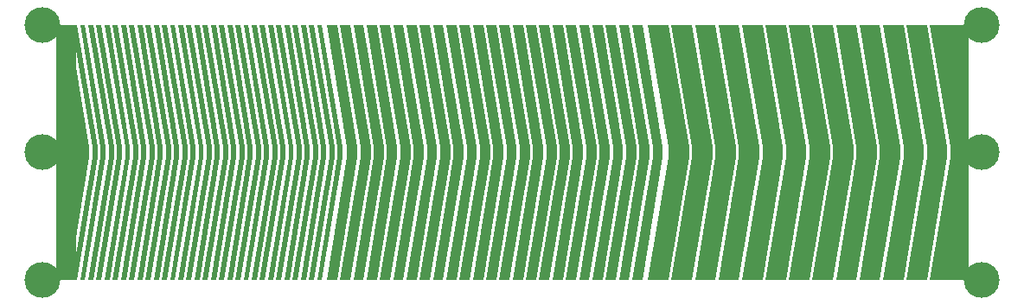
<source format=gbr>
%TF.GenerationSoftware,KiCad,Pcbnew,8.0.3*%
%TF.CreationDate,2025-02-15T08:02:21-06:00*%
%TF.ProjectId,KaptonMCPChevCurvedTruncated,4b617074-6f6e-44d4-9350-436865764375,rev?*%
%TF.SameCoordinates,Original*%
%TF.FileFunction,Soldermask,Top*%
%TF.FilePolarity,Negative*%
%FSLAX46Y46*%
G04 Gerber Fmt 4.6, Leading zero omitted, Abs format (unit mm)*
G04 Created by KiCad (PCBNEW 8.0.3) date 2025-02-15 08:02:21*
%MOMM*%
%LPD*%
G01*
G04 APERTURE LIST*
%ADD10C,0.000000*%
%ADD11C,3.500000*%
G04 APERTURE END LIST*
D10*
G36*
X160150000Y-105000000D02*
G01*
X159150000Y-105000000D01*
X161150000Y-93000000D01*
X162150000Y-93000000D01*
X160150000Y-105000000D01*
G37*
G36*
X110999854Y-92000000D02*
G01*
X110499854Y-92000000D01*
X108499854Y-80000000D01*
X108999854Y-80000000D01*
X110999854Y-92000000D01*
G37*
G36*
X149450000Y-92000000D02*
G01*
X150450000Y-92000000D01*
X150450000Y-93000000D01*
X149450000Y-93000000D01*
X149450000Y-92000000D01*
G37*
G36*
X190600000Y-105000000D02*
G01*
X188600000Y-105000000D01*
X190600000Y-93000000D01*
X192600000Y-93000000D01*
X190600000Y-105000000D01*
G37*
G36*
X132600146Y-92000000D02*
G01*
X132100146Y-92000000D01*
X130100146Y-80000000D01*
X130600146Y-80000000D01*
X132600146Y-92000000D01*
G37*
G36*
X129400146Y-92000000D02*
G01*
X128900146Y-92000000D01*
X126900146Y-80000000D01*
X127400146Y-80000000D01*
X129400146Y-92000000D01*
G37*
G36*
X128900000Y-92000000D02*
G01*
X129400000Y-92000000D01*
X129400000Y-93000000D01*
X128900000Y-93000000D01*
X128900000Y-92000000D01*
G37*
G36*
X157250000Y-92000000D02*
G01*
X158250000Y-92000000D01*
X158250000Y-93000000D01*
X157250000Y-93000000D01*
X157250000Y-92000000D01*
G37*
G36*
X129700000Y-92000000D02*
G01*
X130200000Y-92000000D01*
X130200000Y-93000000D01*
X129700000Y-93000000D01*
X129700000Y-92000000D01*
G37*
G36*
X181100000Y-92000000D02*
G01*
X179100000Y-92000000D01*
X177100000Y-80000000D01*
X179100000Y-80000000D01*
X181100000Y-92000000D01*
G37*
G36*
X155650000Y-92000000D02*
G01*
X154650000Y-92000000D01*
X152650000Y-80000000D01*
X153650000Y-80000000D01*
X155650000Y-92000000D01*
G37*
G36*
X111300000Y-92000000D02*
G01*
X111800000Y-92000000D01*
X111800000Y-93000000D01*
X111300000Y-93000000D01*
X111300000Y-92000000D01*
G37*
G36*
X143950000Y-92000000D02*
G01*
X142950000Y-92000000D01*
X140950000Y-80000000D01*
X141950000Y-80000000D01*
X143950000Y-92000000D01*
G37*
G36*
X141650000Y-92000000D02*
G01*
X142650000Y-92000000D01*
X142650000Y-93000000D01*
X141650000Y-93000000D01*
X141650000Y-92000000D01*
G37*
G36*
X162150000Y-92000000D02*
G01*
X161150000Y-92000000D01*
X159150000Y-80000000D01*
X160150000Y-80000000D01*
X162150000Y-92000000D01*
G37*
G36*
X176500000Y-92000000D02*
G01*
X174500000Y-92000000D01*
X172500000Y-80000000D01*
X174500000Y-80000000D01*
X176500000Y-92000000D01*
G37*
G36*
X154950000Y-105000000D02*
G01*
X153950000Y-105000000D01*
X155950000Y-93000000D01*
X156950000Y-93000000D01*
X154950000Y-105000000D01*
G37*
G36*
X128600000Y-92000000D02*
G01*
X128100000Y-92000000D01*
X126100000Y-80000000D01*
X126600000Y-80000000D01*
X128600000Y-92000000D01*
G37*
G36*
X167600000Y-92000000D02*
G01*
X169600000Y-92000000D01*
X169600000Y-93000000D01*
X167600000Y-93000000D01*
X167600000Y-92000000D01*
G37*
G36*
X142950000Y-92000000D02*
G01*
X143950000Y-92000000D01*
X143950000Y-93000000D01*
X142950000Y-93000000D01*
X142950000Y-92000000D01*
G37*
G36*
X161450000Y-105000000D02*
G01*
X160450000Y-105000000D01*
X162450000Y-93000000D01*
X163450000Y-93000000D01*
X161450000Y-105000000D01*
G37*
G36*
X127800146Y-92000000D02*
G01*
X127300146Y-92000000D01*
X125300146Y-80000000D01*
X125800146Y-80000000D01*
X127800146Y-92000000D01*
G37*
G36*
X159550000Y-92000000D02*
G01*
X158550000Y-92000000D01*
X156550000Y-80000000D01*
X157550000Y-80000000D01*
X159550000Y-92000000D01*
G37*
G36*
X122600146Y-105000000D02*
G01*
X122100146Y-105000000D01*
X124100146Y-93000000D01*
X124600146Y-93000000D01*
X122600146Y-105000000D01*
G37*
G36*
X172200000Y-105000000D02*
G01*
X170200000Y-105000000D01*
X172200000Y-93000000D01*
X174200000Y-93000000D01*
X172200000Y-105000000D01*
G37*
G36*
X186000000Y-92000000D02*
G01*
X188000000Y-92000000D01*
X188000000Y-93000000D01*
X186000000Y-93000000D01*
X186000000Y-92000000D01*
G37*
G36*
X131800000Y-92000000D02*
G01*
X131300000Y-92000000D01*
X129300000Y-80000000D01*
X129800000Y-80000000D01*
X131800000Y-92000000D01*
G37*
G36*
X115400000Y-105000000D02*
G01*
X114900000Y-105000000D01*
X116900000Y-93000000D01*
X117400000Y-93000000D01*
X115400000Y-105000000D01*
G37*
G36*
X186000000Y-105000000D02*
G01*
X184000000Y-105000000D01*
X186000000Y-93000000D01*
X188000000Y-93000000D01*
X186000000Y-105000000D01*
G37*
G36*
X160850000Y-92000000D02*
G01*
X159850000Y-92000000D01*
X157850000Y-80000000D01*
X158850000Y-80000000D01*
X160850000Y-92000000D01*
G37*
G36*
X117800146Y-105000000D02*
G01*
X117300146Y-105000000D01*
X119300146Y-93000000D01*
X119800146Y-93000000D01*
X117800146Y-105000000D01*
G37*
G36*
X188000000Y-92000000D02*
G01*
X186000000Y-92000000D01*
X184000000Y-80000000D01*
X186000000Y-80000000D01*
X188000000Y-92000000D01*
G37*
G36*
X152050000Y-92000000D02*
G01*
X153050000Y-92000000D01*
X153050000Y-93000000D01*
X152050000Y-93000000D01*
X152050000Y-92000000D01*
G37*
G36*
X190600000Y-92000000D02*
G01*
X192600000Y-92000000D01*
X192600000Y-93000000D01*
X190600000Y-93000000D01*
X190600000Y-92000000D01*
G37*
G36*
X169900000Y-92000000D02*
G01*
X171900000Y-92000000D01*
X171900000Y-93000000D01*
X169900000Y-93000000D01*
X169900000Y-92000000D01*
G37*
G36*
X107700000Y-92000000D02*
G01*
X108200000Y-92000000D01*
X108200000Y-93000000D01*
X107700000Y-93000000D01*
X107700000Y-92000000D01*
G37*
G36*
X183400000Y-92000000D02*
G01*
X181400000Y-92000000D01*
X179400000Y-80000000D01*
X181400000Y-80000000D01*
X183400000Y-92000000D01*
G37*
G36*
X120900000Y-92000000D02*
G01*
X121400000Y-92000000D01*
X121400000Y-93000000D01*
X120900000Y-93000000D01*
X120900000Y-92000000D01*
G37*
G36*
X114199854Y-92000000D02*
G01*
X113699854Y-92000000D01*
X111699854Y-80000000D01*
X112199854Y-80000000D01*
X114199854Y-92000000D01*
G37*
G36*
X108999854Y-105000000D02*
G01*
X108499854Y-105000000D01*
X110499854Y-93000000D01*
X110999854Y-93000000D01*
X108999854Y-105000000D01*
G37*
G36*
X137450000Y-92000000D02*
G01*
X136450000Y-92000000D01*
X134450000Y-80000000D01*
X135450000Y-80000000D01*
X137450000Y-92000000D01*
G37*
G36*
X158250000Y-92000000D02*
G01*
X157250000Y-92000000D01*
X155250000Y-80000000D01*
X156250000Y-80000000D01*
X158250000Y-92000000D01*
G37*
G36*
X174500000Y-105000000D02*
G01*
X172500000Y-105000000D01*
X174500000Y-93000000D01*
X176500000Y-93000000D01*
X174500000Y-105000000D01*
G37*
G36*
X161150000Y-92000000D02*
G01*
X162150000Y-92000000D01*
X162150000Y-93000000D01*
X161150000Y-93000000D01*
X161150000Y-92000000D01*
G37*
G36*
X113800000Y-105000000D02*
G01*
X113300000Y-105000000D01*
X115300000Y-93000000D01*
X115800000Y-93000000D01*
X113800000Y-105000000D01*
G37*
G36*
X167300000Y-92000000D02*
G01*
X165300000Y-92000000D01*
X163300000Y-80000000D01*
X165300000Y-80000000D01*
X167300000Y-92000000D01*
G37*
G36*
X116100000Y-92000000D02*
G01*
X116600000Y-92000000D01*
X116600000Y-93000000D01*
X116100000Y-93000000D01*
X116100000Y-92000000D01*
G37*
G36*
X120100000Y-92000000D02*
G01*
X120600000Y-92000000D01*
X120600000Y-93000000D01*
X120100000Y-93000000D01*
X120100000Y-92000000D01*
G37*
G36*
X164750000Y-92000000D02*
G01*
X163750000Y-92000000D01*
X161750000Y-80000000D01*
X162750000Y-80000000D01*
X164750000Y-92000000D01*
G37*
G36*
X118500000Y-92000000D02*
G01*
X119000000Y-92000000D01*
X119000000Y-93000000D01*
X118500000Y-93000000D01*
X118500000Y-92000000D01*
G37*
G36*
X157550000Y-105000000D02*
G01*
X156550000Y-105000000D01*
X158550000Y-93000000D01*
X159550000Y-93000000D01*
X157550000Y-105000000D01*
G37*
G36*
X126600000Y-105000000D02*
G01*
X126100000Y-105000000D01*
X128100000Y-93000000D01*
X128600000Y-93000000D01*
X126600000Y-105000000D01*
G37*
G36*
X130200000Y-92000000D02*
G01*
X129700000Y-92000000D01*
X127700000Y-80000000D01*
X128200000Y-80000000D01*
X130200000Y-92000000D01*
G37*
G36*
X108600000Y-92000000D02*
G01*
X108100000Y-92000000D01*
X106100000Y-80000000D01*
X106600000Y-80000000D01*
X108600000Y-92000000D01*
G37*
G36*
X131000146Y-92000000D02*
G01*
X130500146Y-92000000D01*
X128500146Y-80000000D01*
X129000146Y-80000000D01*
X131000146Y-92000000D01*
G37*
G36*
X139350000Y-105000000D02*
G01*
X138350000Y-105000000D01*
X140350000Y-93000000D01*
X141350000Y-93000000D01*
X139350000Y-105000000D01*
G37*
G36*
X124200146Y-105000000D02*
G01*
X123700146Y-105000000D01*
X125700146Y-93000000D01*
X126200146Y-93000000D01*
X124200146Y-105000000D01*
G37*
G36*
X106500000Y-92000000D02*
G01*
X107000000Y-92000000D01*
X107000000Y-93000000D01*
X106500000Y-93000000D01*
X106500000Y-92000000D01*
G37*
G36*
X158850000Y-105000000D02*
G01*
X157850000Y-105000000D01*
X159850000Y-93000000D01*
X160850000Y-93000000D01*
X158850000Y-105000000D01*
G37*
G36*
X156950000Y-92000000D02*
G01*
X155950000Y-92000000D01*
X153950000Y-80000000D01*
X154950000Y-80000000D01*
X156950000Y-92000000D01*
G37*
G36*
X109399854Y-92000000D02*
G01*
X108899854Y-92000000D01*
X106899854Y-80000000D01*
X107399854Y-80000000D01*
X109399854Y-92000000D01*
G37*
G36*
X181400000Y-105000000D02*
G01*
X179400000Y-105000000D01*
X181400000Y-93000000D01*
X183400000Y-93000000D01*
X181400000Y-105000000D01*
G37*
G36*
X159850000Y-92000000D02*
G01*
X160850000Y-92000000D01*
X160850000Y-93000000D01*
X159850000Y-93000000D01*
X159850000Y-92000000D01*
G37*
G36*
X141950000Y-105000000D02*
G01*
X140950000Y-105000000D01*
X142950000Y-93000000D01*
X143950000Y-93000000D01*
X141950000Y-105000000D01*
G37*
G36*
X119300000Y-92000000D02*
G01*
X119800000Y-92000000D01*
X119800000Y-93000000D01*
X119300000Y-93000000D01*
X119300000Y-92000000D01*
G37*
G36*
X192900000Y-80000000D02*
G01*
X194650000Y-80000000D01*
X194650000Y-105000000D01*
X192900000Y-105000000D01*
X192900000Y-80000000D01*
G37*
G36*
X125800146Y-105000000D02*
G01*
X125300146Y-105000000D01*
X127300146Y-93000000D01*
X127800146Y-93000000D01*
X125800146Y-105000000D01*
G37*
G36*
X128200000Y-105000000D02*
G01*
X127700000Y-105000000D01*
X129700000Y-93000000D01*
X130200000Y-93000000D01*
X128200000Y-105000000D01*
G37*
G36*
X125700000Y-92000000D02*
G01*
X126200000Y-92000000D01*
X126200000Y-93000000D01*
X125700000Y-93000000D01*
X125700000Y-92000000D01*
G37*
G36*
X154650000Y-92000000D02*
G01*
X155650000Y-92000000D01*
X155650000Y-93000000D01*
X154650000Y-93000000D01*
X154650000Y-92000000D01*
G37*
G36*
X110599854Y-105000000D02*
G01*
X110099854Y-105000000D01*
X112099854Y-93000000D01*
X112599854Y-93000000D01*
X110599854Y-105000000D01*
G37*
G36*
X113700000Y-92000000D02*
G01*
X114200000Y-92000000D01*
X114200000Y-93000000D01*
X113700000Y-93000000D01*
X113700000Y-92000000D01*
G37*
G36*
X176800000Y-92000000D02*
G01*
X178800000Y-92000000D01*
X178800000Y-93000000D01*
X176800000Y-93000000D01*
X176800000Y-92000000D01*
G37*
G36*
X107300000Y-92000000D02*
G01*
X107800000Y-92000000D01*
X107800000Y-93000000D01*
X107300000Y-93000000D01*
X107300000Y-92000000D01*
G37*
G36*
X134150000Y-105000000D02*
G01*
X133150000Y-105000000D01*
X135150000Y-93000000D01*
X136150000Y-93000000D01*
X134150000Y-105000000D01*
G37*
G36*
X194900000Y-92000000D02*
G01*
X192900000Y-92000000D01*
X190900000Y-80000000D01*
X192900000Y-80000000D01*
X194900000Y-92000000D01*
G37*
G36*
X145550000Y-92000000D02*
G01*
X146550000Y-92000000D01*
X146550000Y-93000000D01*
X145550000Y-93000000D01*
X145550000Y-92000000D01*
G37*
G36*
X122200000Y-92000000D02*
G01*
X121700000Y-92000000D01*
X119700000Y-80000000D01*
X120200000Y-80000000D01*
X122200000Y-92000000D01*
G37*
G36*
X130500000Y-92000000D02*
G01*
X131000000Y-92000000D01*
X131000000Y-93000000D01*
X130500000Y-93000000D01*
X130500000Y-92000000D01*
G37*
G36*
X119400146Y-105000000D02*
G01*
X118900146Y-105000000D01*
X120900146Y-93000000D01*
X121400146Y-93000000D01*
X119400146Y-105000000D01*
G37*
G36*
X119800146Y-92000000D02*
G01*
X119300146Y-92000000D01*
X117300146Y-80000000D01*
X117800146Y-80000000D01*
X119800146Y-92000000D01*
G37*
G36*
X138050000Y-105000000D02*
G01*
X137050000Y-105000000D01*
X139050000Y-93000000D01*
X140050000Y-93000000D01*
X138050000Y-105000000D01*
G37*
G36*
X113000000Y-105000000D02*
G01*
X112500000Y-105000000D01*
X114500000Y-93000000D01*
X115000000Y-93000000D01*
X113000000Y-105000000D01*
G37*
G36*
X108200000Y-92000000D02*
G01*
X107700000Y-92000000D01*
X105700000Y-80000000D01*
X106200000Y-80000000D01*
X108200000Y-92000000D01*
G37*
G36*
X123800000Y-92000000D02*
G01*
X123300000Y-92000000D01*
X121300000Y-80000000D01*
X121800000Y-80000000D01*
X123800000Y-92000000D01*
G37*
G36*
X116600146Y-92000000D02*
G01*
X116100146Y-92000000D01*
X114100146Y-80000000D01*
X114600146Y-80000000D01*
X116600146Y-92000000D01*
G37*
G36*
X115800000Y-92000000D02*
G01*
X115300000Y-92000000D01*
X113300000Y-80000000D01*
X113800000Y-80000000D01*
X115800000Y-92000000D01*
G37*
G36*
X110200000Y-92000000D02*
G01*
X109700000Y-92000000D01*
X107700000Y-80000000D01*
X108200000Y-80000000D01*
X110200000Y-92000000D01*
G37*
G36*
X139050000Y-92000000D02*
G01*
X140050000Y-92000000D01*
X140050000Y-93000000D01*
X139050000Y-93000000D01*
X139050000Y-92000000D01*
G37*
G36*
X106200000Y-105000000D02*
G01*
X105700000Y-105000000D01*
X107700000Y-93000000D01*
X108200000Y-93000000D01*
X106200000Y-105000000D01*
G37*
G36*
X111800000Y-92000000D02*
G01*
X111300000Y-92000000D01*
X109300000Y-80000000D01*
X109800000Y-80000000D01*
X111800000Y-92000000D01*
G37*
G36*
X108200000Y-105000000D02*
G01*
X107700000Y-105000000D01*
X109700000Y-93000000D01*
X110200000Y-93000000D01*
X108200000Y-105000000D01*
G37*
G36*
X156250000Y-105000000D02*
G01*
X155250000Y-105000000D01*
X157250000Y-93000000D01*
X158250000Y-93000000D01*
X156250000Y-105000000D01*
G37*
G36*
X171900000Y-92000000D02*
G01*
X169900000Y-92000000D01*
X167900000Y-80000000D01*
X169900000Y-80000000D01*
X171900000Y-92000000D01*
G37*
G36*
X112100000Y-92000000D02*
G01*
X112600000Y-92000000D01*
X112600000Y-93000000D01*
X112100000Y-93000000D01*
X112100000Y-92000000D01*
G37*
G36*
X103000000Y-92000000D02*
G01*
X103500000Y-92000000D01*
X103500000Y-93000000D01*
X103000000Y-93000000D01*
X103000000Y-92000000D01*
G37*
G36*
X116900000Y-92000000D02*
G01*
X117400000Y-92000000D01*
X117400000Y-93000000D01*
X116900000Y-93000000D01*
X116900000Y-92000000D01*
G37*
G36*
X104100000Y-92000000D02*
G01*
X104600000Y-92000000D01*
X104600000Y-93000000D01*
X104100000Y-93000000D01*
X104100000Y-92000000D01*
G37*
G36*
X106900000Y-92000000D02*
G01*
X107400000Y-92000000D01*
X107400000Y-93000000D01*
X106900000Y-93000000D01*
X106900000Y-92000000D01*
G37*
G36*
X158550000Y-92000000D02*
G01*
X159550000Y-92000000D01*
X159550000Y-93000000D01*
X158550000Y-93000000D01*
X158550000Y-92000000D01*
G37*
G36*
X103600000Y-92000000D02*
G01*
X104100000Y-92000000D01*
X104100000Y-93000000D01*
X103600000Y-93000000D01*
X103600000Y-92000000D01*
G37*
G36*
X131300000Y-92000000D02*
G01*
X131800000Y-92000000D01*
X131800000Y-93000000D01*
X131300000Y-93000000D01*
X131300000Y-92000000D01*
G37*
G36*
X106600000Y-105000000D02*
G01*
X106100000Y-105000000D01*
X108100000Y-93000000D01*
X108600000Y-93000000D01*
X106600000Y-105000000D01*
G37*
G36*
X133400000Y-92000000D02*
G01*
X132900000Y-92000000D01*
X130900000Y-80000000D01*
X131400000Y-80000000D01*
X133400000Y-92000000D01*
G37*
G36*
X165300000Y-92000000D02*
G01*
X167300000Y-92000000D01*
X167300000Y-93000000D01*
X165300000Y-93000000D01*
X165300000Y-92000000D01*
G37*
G36*
X150750000Y-92000000D02*
G01*
X151750000Y-92000000D01*
X151750000Y-93000000D01*
X150750000Y-93000000D01*
X150750000Y-92000000D01*
G37*
G36*
X114500000Y-92000000D02*
G01*
X115000000Y-92000000D01*
X115000000Y-93000000D01*
X114500000Y-93000000D01*
X114500000Y-92000000D01*
G37*
G36*
X188300000Y-105000000D02*
G01*
X186300000Y-105000000D01*
X188300000Y-93000000D01*
X190300000Y-93000000D01*
X188300000Y-105000000D01*
G37*
G36*
X121800000Y-105000000D02*
G01*
X121300000Y-105000000D01*
X123300000Y-93000000D01*
X123800000Y-93000000D01*
X121800000Y-105000000D01*
G37*
G36*
X125400000Y-92000000D02*
G01*
X124900000Y-92000000D01*
X122900000Y-80000000D01*
X123400000Y-80000000D01*
X125400000Y-92000000D01*
G37*
G36*
X128100000Y-92000000D02*
G01*
X128600000Y-92000000D01*
X128600000Y-93000000D01*
X128100000Y-93000000D01*
X128100000Y-92000000D01*
G37*
G36*
X123400000Y-105000000D02*
G01*
X122900000Y-105000000D01*
X124900000Y-93000000D01*
X125400000Y-93000000D01*
X123400000Y-105000000D01*
G37*
G36*
X109800000Y-105000000D02*
G01*
X109300000Y-105000000D01*
X111300000Y-93000000D01*
X111800000Y-93000000D01*
X109800000Y-105000000D01*
G37*
G36*
X145850000Y-105000000D02*
G01*
X144850000Y-105000000D01*
X146850000Y-93000000D01*
X147850000Y-93000000D01*
X145850000Y-105000000D01*
G37*
G36*
X152350000Y-105000000D02*
G01*
X151350000Y-105000000D01*
X153350000Y-93000000D01*
X154350000Y-93000000D01*
X152350000Y-105000000D01*
G37*
G36*
X149150000Y-92000000D02*
G01*
X148150000Y-92000000D01*
X146150000Y-80000000D01*
X147150000Y-80000000D01*
X149150000Y-92000000D01*
G37*
G36*
X179100000Y-92000000D02*
G01*
X181100000Y-92000000D01*
X181100000Y-93000000D01*
X179100000Y-93000000D01*
X179100000Y-92000000D01*
G37*
G36*
X150450000Y-92000000D02*
G01*
X149450000Y-92000000D01*
X147450000Y-80000000D01*
X148450000Y-80000000D01*
X150450000Y-92000000D01*
G37*
G36*
X136150000Y-92000000D02*
G01*
X135150000Y-92000000D01*
X133150000Y-80000000D01*
X134150000Y-80000000D01*
X136150000Y-92000000D01*
G37*
G36*
X118200146Y-92000000D02*
G01*
X117700146Y-92000000D01*
X115700146Y-80000000D01*
X116200146Y-80000000D01*
X118200146Y-92000000D01*
G37*
G36*
X125000000Y-105000000D02*
G01*
X124500000Y-105000000D01*
X126500000Y-93000000D01*
X127000000Y-93000000D01*
X125000000Y-105000000D01*
G37*
G36*
X133850000Y-92000000D02*
G01*
X134850000Y-92000000D01*
X134850000Y-93000000D01*
X133850000Y-93000000D01*
X133850000Y-92000000D01*
G37*
G36*
X110500000Y-92000000D02*
G01*
X111000000Y-92000000D01*
X111000000Y-93000000D01*
X110500000Y-93000000D01*
X110500000Y-92000000D01*
G37*
G36*
X115300000Y-92000000D02*
G01*
X115800000Y-92000000D01*
X115800000Y-93000000D01*
X115300000Y-93000000D01*
X115300000Y-92000000D01*
G37*
G36*
X127300000Y-92000000D02*
G01*
X127800000Y-92000000D01*
X127800000Y-93000000D01*
X127300000Y-93000000D01*
X127300000Y-92000000D01*
G37*
G36*
X183700000Y-92000000D02*
G01*
X185700000Y-92000000D01*
X185700000Y-93000000D01*
X183700000Y-93000000D01*
X183700000Y-92000000D01*
G37*
G36*
X169900000Y-105000000D02*
G01*
X167900000Y-105000000D01*
X169900000Y-93000000D01*
X171900000Y-93000000D01*
X169900000Y-105000000D01*
G37*
G36*
X135450000Y-105000000D02*
G01*
X134450000Y-105000000D01*
X136450000Y-93000000D01*
X137450000Y-93000000D01*
X135450000Y-105000000D01*
G37*
G36*
X146850000Y-92000000D02*
G01*
X147850000Y-92000000D01*
X147850000Y-93000000D01*
X146850000Y-93000000D01*
X146850000Y-92000000D01*
G37*
G36*
X117700000Y-92000000D02*
G01*
X118200000Y-92000000D01*
X118200000Y-93000000D01*
X117700000Y-93000000D01*
X117700000Y-92000000D01*
G37*
G36*
X162450000Y-92000000D02*
G01*
X163450000Y-92000000D01*
X163450000Y-93000000D01*
X162450000Y-93000000D01*
X162450000Y-92000000D01*
G37*
G36*
X118600000Y-105000000D02*
G01*
X118100000Y-105000000D01*
X120100000Y-93000000D01*
X120600000Y-93000000D01*
X118600000Y-105000000D01*
G37*
G36*
X112900000Y-92000000D02*
G01*
X113400000Y-92000000D01*
X113400000Y-93000000D01*
X112900000Y-93000000D01*
X112900000Y-92000000D01*
G37*
G36*
X169600000Y-92000000D02*
G01*
X167600000Y-92000000D01*
X165600000Y-80000000D01*
X167600000Y-80000000D01*
X169600000Y-92000000D01*
G37*
G36*
X140650000Y-105000000D02*
G01*
X139650000Y-105000000D01*
X141650000Y-93000000D01*
X142650000Y-93000000D01*
X140650000Y-105000000D01*
G37*
G36*
X108900000Y-92000000D02*
G01*
X109400000Y-92000000D01*
X109400000Y-93000000D01*
X108900000Y-93000000D01*
X108900000Y-92000000D01*
G37*
G36*
X190300000Y-92000000D02*
G01*
X188300000Y-92000000D01*
X186300000Y-80000000D01*
X188300000Y-80000000D01*
X190300000Y-92000000D01*
G37*
G36*
X132900000Y-92000000D02*
G01*
X133400000Y-92000000D01*
X133400000Y-93000000D01*
X132900000Y-93000000D01*
X132900000Y-92000000D01*
G37*
G36*
X131400000Y-105000000D02*
G01*
X130900000Y-105000000D01*
X132900000Y-93000000D01*
X133400000Y-93000000D01*
X131400000Y-105000000D01*
G37*
G36*
X108100000Y-92000000D02*
G01*
X108600000Y-92000000D01*
X108600000Y-93000000D01*
X108100000Y-93000000D01*
X108100000Y-92000000D01*
G37*
G36*
X153050000Y-92000000D02*
G01*
X152050000Y-92000000D01*
X150050000Y-80000000D01*
X151050000Y-80000000D01*
X153050000Y-92000000D01*
G37*
G36*
X153350000Y-92000000D02*
G01*
X154350000Y-92000000D01*
X154350000Y-93000000D01*
X153350000Y-93000000D01*
X153350000Y-92000000D01*
G37*
G36*
X127000000Y-92000000D02*
G01*
X126500000Y-92000000D01*
X124500000Y-80000000D01*
X125000000Y-80000000D01*
X127000000Y-92000000D01*
G37*
G36*
X174500000Y-92000000D02*
G01*
X176500000Y-92000000D01*
X176500000Y-93000000D01*
X174500000Y-93000000D01*
X174500000Y-92000000D01*
G37*
G36*
X172200000Y-92000000D02*
G01*
X174200000Y-92000000D01*
X174200000Y-93000000D01*
X172200000Y-93000000D01*
X172200000Y-92000000D01*
G37*
G36*
X163450000Y-92000000D02*
G01*
X162450000Y-92000000D01*
X160450000Y-80000000D01*
X161450000Y-80000000D01*
X163450000Y-92000000D01*
G37*
G36*
X178800000Y-92000000D02*
G01*
X176800000Y-92000000D01*
X174800000Y-80000000D01*
X176800000Y-80000000D01*
X178800000Y-92000000D01*
G37*
G36*
X126500000Y-92000000D02*
G01*
X127000000Y-92000000D01*
X127000000Y-93000000D01*
X126500000Y-93000000D01*
X126500000Y-92000000D01*
G37*
G36*
X136750000Y-105000000D02*
G01*
X135750000Y-105000000D01*
X137750000Y-93000000D01*
X138750000Y-93000000D01*
X136750000Y-105000000D01*
G37*
G36*
X120200000Y-105000000D02*
G01*
X119700000Y-105000000D01*
X121700000Y-93000000D01*
X122200000Y-93000000D01*
X120200000Y-105000000D01*
G37*
G36*
X129800000Y-105000000D02*
G01*
X129300000Y-105000000D01*
X131300000Y-93000000D01*
X131800000Y-93000000D01*
X129800000Y-105000000D01*
G37*
G36*
X112199854Y-105000000D02*
G01*
X111699854Y-105000000D01*
X113699854Y-93000000D01*
X114199854Y-93000000D01*
X112199854Y-105000000D01*
G37*
G36*
X141350000Y-92000000D02*
G01*
X140350000Y-92000000D01*
X138350000Y-80000000D01*
X139350000Y-80000000D01*
X141350000Y-92000000D01*
G37*
G36*
X107399854Y-105000000D02*
G01*
X106899854Y-105000000D01*
X108899854Y-93000000D01*
X109399854Y-93000000D01*
X107399854Y-105000000D01*
G37*
G36*
X121700000Y-92000000D02*
G01*
X122200000Y-92000000D01*
X122200000Y-93000000D01*
X121700000Y-93000000D01*
X121700000Y-92000000D01*
G37*
G36*
X124900000Y-92000000D02*
G01*
X125400000Y-92000000D01*
X125400000Y-93000000D01*
X124900000Y-93000000D01*
X124900000Y-92000000D01*
G37*
G36*
X126200146Y-92000000D02*
G01*
X125700146Y-92000000D01*
X123700146Y-80000000D01*
X124200146Y-80000000D01*
X126200146Y-92000000D01*
G37*
G36*
X119000000Y-92000000D02*
G01*
X118500000Y-92000000D01*
X116500000Y-80000000D01*
X117000000Y-80000000D01*
X119000000Y-92000000D01*
G37*
G36*
X176800000Y-105000000D02*
G01*
X174800000Y-105000000D01*
X176800000Y-93000000D01*
X178800000Y-93000000D01*
X176800000Y-105000000D01*
G37*
G36*
X132850000Y-105000000D02*
G01*
X131850000Y-105000000D01*
X133850000Y-93000000D01*
X134850000Y-93000000D01*
X132850000Y-105000000D01*
G37*
G36*
X167600000Y-105000000D02*
G01*
X165600000Y-105000000D01*
X167600000Y-93000000D01*
X169600000Y-93000000D01*
X167600000Y-105000000D01*
G37*
G36*
X155950000Y-92000000D02*
G01*
X156950000Y-92000000D01*
X156950000Y-93000000D01*
X155950000Y-93000000D01*
X155950000Y-92000000D01*
G37*
G36*
X148450000Y-105000000D02*
G01*
X147450000Y-105000000D01*
X149450000Y-93000000D01*
X150450000Y-93000000D01*
X148450000Y-105000000D01*
G37*
G36*
X114600146Y-105000000D02*
G01*
X114100146Y-105000000D01*
X116100146Y-93000000D01*
X116600146Y-93000000D01*
X114600146Y-105000000D01*
G37*
G36*
X117400000Y-92000000D02*
G01*
X116900000Y-92000000D01*
X114900000Y-80000000D01*
X115400000Y-80000000D01*
X117400000Y-92000000D01*
G37*
G36*
X151050000Y-105000000D02*
G01*
X150050000Y-105000000D01*
X152050000Y-93000000D01*
X153050000Y-93000000D01*
X151050000Y-105000000D01*
G37*
G36*
X123000146Y-92000000D02*
G01*
X122500146Y-92000000D01*
X120500146Y-80000000D01*
X121000146Y-80000000D01*
X123000146Y-92000000D01*
G37*
G36*
X129000146Y-105000000D02*
G01*
X128500146Y-105000000D01*
X130500146Y-93000000D01*
X131000146Y-93000000D01*
X129000146Y-105000000D01*
G37*
G36*
X132100000Y-92000000D02*
G01*
X132600000Y-92000000D01*
X132600000Y-93000000D01*
X132100000Y-93000000D01*
X132100000Y-92000000D01*
G37*
G36*
X105799854Y-105000000D02*
G01*
X105299854Y-105000000D01*
X107299854Y-93000000D01*
X107799854Y-93000000D01*
X105799854Y-105000000D01*
G37*
G36*
X151750000Y-92000000D02*
G01*
X150750000Y-92000000D01*
X148750000Y-80000000D01*
X149750000Y-80000000D01*
X151750000Y-92000000D01*
G37*
G36*
X148150000Y-92000000D02*
G01*
X149150000Y-92000000D01*
X149150000Y-93000000D01*
X148150000Y-93000000D01*
X148150000Y-92000000D01*
G37*
G36*
X116200146Y-105000000D02*
G01*
X115700146Y-105000000D01*
X117700146Y-93000000D01*
X118200146Y-93000000D01*
X116200146Y-105000000D01*
G37*
G36*
X122500000Y-92000000D02*
G01*
X123000000Y-92000000D01*
X123000000Y-93000000D01*
X122500000Y-93000000D01*
X122500000Y-92000000D01*
G37*
G36*
X144550000Y-105000000D02*
G01*
X143550000Y-105000000D01*
X145550000Y-93000000D01*
X146550000Y-93000000D01*
X144550000Y-105000000D01*
G37*
G36*
X135150000Y-92000000D02*
G01*
X136150000Y-92000000D01*
X136150000Y-93000000D01*
X135150000Y-93000000D01*
X135150000Y-92000000D01*
G37*
G36*
X146550000Y-92000000D02*
G01*
X145550000Y-92000000D01*
X143550000Y-80000000D01*
X144550000Y-80000000D01*
X146550000Y-92000000D01*
G37*
G36*
X147150000Y-105000000D02*
G01*
X146150000Y-105000000D01*
X148150000Y-93000000D01*
X149150000Y-93000000D01*
X147150000Y-105000000D01*
G37*
G36*
X109700000Y-92000000D02*
G01*
X110200000Y-92000000D01*
X110200000Y-93000000D01*
X109700000Y-93000000D01*
X109700000Y-92000000D01*
G37*
G36*
X144250000Y-92000000D02*
G01*
X145250000Y-92000000D01*
X145250000Y-93000000D01*
X144250000Y-93000000D01*
X144250000Y-92000000D01*
G37*
G36*
X162750000Y-105000000D02*
G01*
X161750000Y-105000000D01*
X163750000Y-93000000D01*
X164750000Y-93000000D01*
X162750000Y-105000000D01*
G37*
G36*
X130600146Y-105000000D02*
G01*
X130100146Y-105000000D01*
X132100146Y-93000000D01*
X132600146Y-93000000D01*
X130600146Y-105000000D01*
G37*
G36*
X154350000Y-92000000D02*
G01*
X153350000Y-92000000D01*
X151350000Y-80000000D01*
X152350000Y-80000000D01*
X154350000Y-92000000D01*
G37*
G36*
X127400146Y-105000000D02*
G01*
X126900146Y-105000000D01*
X128900146Y-93000000D01*
X129400146Y-93000000D01*
X127400146Y-105000000D01*
G37*
G36*
X183700000Y-105000000D02*
G01*
X181700000Y-105000000D01*
X183700000Y-93000000D01*
X185700000Y-93000000D01*
X183700000Y-105000000D01*
G37*
G36*
X140050000Y-92000000D02*
G01*
X139050000Y-92000000D01*
X137050000Y-80000000D01*
X138050000Y-80000000D01*
X140050000Y-92000000D01*
G37*
G36*
X120600000Y-92000000D02*
G01*
X120100000Y-92000000D01*
X118100000Y-80000000D01*
X118600000Y-80000000D01*
X120600000Y-92000000D01*
G37*
G36*
X103300000Y-92000000D02*
G01*
X103800000Y-92000000D01*
X103800000Y-93000000D01*
X103300000Y-93000000D01*
X103300000Y-92000000D01*
G37*
G36*
X195200000Y-92000000D02*
G01*
X197200000Y-92000000D01*
X197200000Y-93000000D01*
X195200000Y-93000000D01*
X195200000Y-92000000D01*
G37*
G36*
X147850000Y-92000000D02*
G01*
X146850000Y-92000000D01*
X144850000Y-80000000D01*
X145850000Y-80000000D01*
X147850000Y-92000000D01*
G37*
G36*
X124100000Y-92000000D02*
G01*
X124600000Y-92000000D01*
X124600000Y-93000000D01*
X124100000Y-93000000D01*
X124100000Y-92000000D01*
G37*
G36*
X142650000Y-92000000D02*
G01*
X141650000Y-92000000D01*
X139650000Y-80000000D01*
X140650000Y-80000000D01*
X142650000Y-92000000D01*
G37*
G36*
X123300000Y-92000000D02*
G01*
X123800000Y-92000000D01*
X123800000Y-93000000D01*
X123300000Y-93000000D01*
X123300000Y-92000000D01*
G37*
G36*
X140350000Y-92000000D02*
G01*
X141350000Y-92000000D01*
X141350000Y-93000000D01*
X140350000Y-93000000D01*
X140350000Y-92000000D01*
G37*
G36*
X163750000Y-92000000D02*
G01*
X164750000Y-92000000D01*
X164750000Y-93000000D01*
X163750000Y-93000000D01*
X163750000Y-92000000D01*
G37*
G36*
X136450000Y-92000000D02*
G01*
X137450000Y-92000000D01*
X137450000Y-93000000D01*
X136450000Y-93000000D01*
X136450000Y-92000000D01*
G37*
G36*
X181400000Y-92000000D02*
G01*
X183400000Y-92000000D01*
X183400000Y-93000000D01*
X181400000Y-93000000D01*
X181400000Y-92000000D01*
G37*
G36*
X174200000Y-92000000D02*
G01*
X172200000Y-92000000D01*
X170200000Y-80000000D01*
X172200000Y-80000000D01*
X174200000Y-92000000D01*
G37*
G36*
X145250000Y-92000000D02*
G01*
X144250000Y-92000000D01*
X142250000Y-80000000D01*
X143250000Y-80000000D01*
X145250000Y-92000000D01*
G37*
G36*
X117000000Y-105000000D02*
G01*
X116500000Y-105000000D01*
X118500000Y-93000000D01*
X119000000Y-93000000D01*
X117000000Y-105000000D01*
G37*
G36*
X138750000Y-92000000D02*
G01*
X137750000Y-92000000D01*
X135750000Y-80000000D01*
X136750000Y-80000000D01*
X138750000Y-92000000D01*
G37*
G36*
X104900000Y-92000000D02*
G01*
X105400000Y-92000000D01*
X105400000Y-93000000D01*
X104900000Y-93000000D01*
X104900000Y-92000000D01*
G37*
G36*
X188300000Y-92000000D02*
G01*
X190300000Y-92000000D01*
X190300000Y-93000000D01*
X188300000Y-93000000D01*
X188300000Y-92000000D01*
G37*
G36*
X112599854Y-92000000D02*
G01*
X112099854Y-92000000D01*
X110099854Y-80000000D01*
X110599854Y-80000000D01*
X112599854Y-92000000D01*
G37*
G36*
X185700000Y-92000000D02*
G01*
X183700000Y-92000000D01*
X181700000Y-80000000D01*
X183700000Y-80000000D01*
X185700000Y-92000000D01*
G37*
G36*
X121400146Y-92000000D02*
G01*
X120900146Y-92000000D01*
X118900146Y-80000000D01*
X119400146Y-80000000D01*
X121400146Y-92000000D01*
G37*
G36*
X107799854Y-92000000D02*
G01*
X107299854Y-92000000D01*
X105299854Y-80000000D01*
X105799854Y-80000000D01*
X107799854Y-92000000D01*
G37*
G36*
X137750000Y-92000000D02*
G01*
X138750000Y-92000000D01*
X138750000Y-93000000D01*
X137750000Y-93000000D01*
X137750000Y-92000000D01*
G37*
G36*
X179100000Y-105000000D02*
G01*
X177100000Y-105000000D01*
X179100000Y-93000000D01*
X181100000Y-93000000D01*
X179100000Y-105000000D01*
G37*
G36*
X113400000Y-92000000D02*
G01*
X112900000Y-92000000D01*
X110900000Y-80000000D01*
X111400000Y-80000000D01*
X113400000Y-92000000D01*
G37*
G36*
X121000146Y-105000000D02*
G01*
X120500146Y-105000000D01*
X122500146Y-93000000D01*
X123000146Y-93000000D01*
X121000146Y-105000000D01*
G37*
G36*
X165300000Y-105000000D02*
G01*
X163300000Y-105000000D01*
X165300000Y-93000000D01*
X167300000Y-93000000D01*
X165300000Y-105000000D01*
G37*
G36*
X115000000Y-92000000D02*
G01*
X114500000Y-92000000D01*
X112500000Y-80000000D01*
X113000000Y-80000000D01*
X115000000Y-92000000D01*
G37*
G36*
X192900000Y-92000000D02*
G01*
X194900000Y-92000000D01*
X194900000Y-93000000D01*
X192900000Y-93000000D01*
X192900000Y-92000000D01*
G37*
G36*
X192900000Y-105000000D02*
G01*
X190900000Y-105000000D01*
X192900000Y-93000000D01*
X194900000Y-93000000D01*
X192900000Y-105000000D01*
G37*
G36*
X111400000Y-105000000D02*
G01*
X110900000Y-105000000D01*
X112900000Y-93000000D01*
X113400000Y-93000000D01*
X111400000Y-105000000D01*
G37*
G36*
X143250000Y-105000000D02*
G01*
X142250000Y-105000000D01*
X144250000Y-93000000D01*
X145250000Y-93000000D01*
X143250000Y-105000000D01*
G37*
G36*
X153650000Y-105000000D02*
G01*
X152650000Y-105000000D01*
X154650000Y-93000000D01*
X155650000Y-93000000D01*
X153650000Y-105000000D01*
G37*
G36*
X105350000Y-80000000D02*
G01*
X107300000Y-80000000D01*
X107300000Y-105000000D01*
X105350000Y-105000000D01*
X105350000Y-80000000D01*
G37*
G36*
X192600000Y-92000000D02*
G01*
X190600000Y-92000000D01*
X188600000Y-80000000D01*
X190600000Y-80000000D01*
X192600000Y-92000000D01*
G37*
G36*
X124600146Y-92000000D02*
G01*
X124100146Y-92000000D01*
X122100146Y-80000000D01*
X122600146Y-80000000D01*
X124600146Y-92000000D01*
G37*
G36*
X149750000Y-105000000D02*
G01*
X148750000Y-105000000D01*
X150750000Y-93000000D01*
X151750000Y-93000000D01*
X149750000Y-105000000D01*
G37*
G36*
X134850000Y-92000000D02*
G01*
X133850000Y-92000000D01*
X131850000Y-80000000D01*
X132850000Y-80000000D01*
X134850000Y-92000000D01*
G37*
D11*
%TO.C,REF\u002A\u002A*%
X104000000Y-105000000D03*
%TD*%
%TO.C,REF\u002A\u002A*%
X196000000Y-105000000D03*
%TD*%
%TO.C,REF\u002A\u002A*%
X104000000Y-92500000D03*
%TD*%
%TO.C,REF\u002A\u002A*%
X196000000Y-92500000D03*
%TD*%
%TO.C,REF\u002A\u002A*%
X104000000Y-80000000D03*
%TD*%
%TO.C,REF\u002A\u002A*%
X196000000Y-80000000D03*
%TD*%
M02*

</source>
